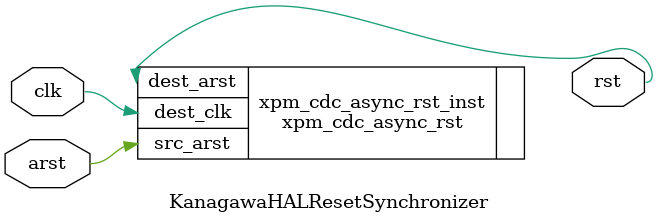
<source format=sv>

/*
Module: KanagawaHALResetSynchronizer

    This module converts an asynchronous reset into a reset synchronous with the provided clock.

Ports: 
    clk             - Clock (input)
    arst            - Asynchronous (relative to clk) reset (input)
    rst             - Synchronous reset (output)

Authors:   
    - Matt Humphrey (mhumphr@microsoft.com)
*/
module KanagawaHALResetSynchronizer
#(
    DEPTH = 2
)
(
    input  wire     clk,
    input  wire     arst,
    output wire     rst
);

    xpm_cdc_async_rst 
    #(
        .DEST_SYNC_FF    (DEPTH), // integer; range: 2-10
        .RST_ACTIVE_HIGH (1) // integer; 0=active low reset, 1=active high reset
    ) xpm_cdc_async_rst_inst 
    (
        .src_arst   (arst),
        .dest_clk   (clk),
        .dest_arst  (rst)
    );

endmodule : KanagawaHALResetSynchronizer

</source>
